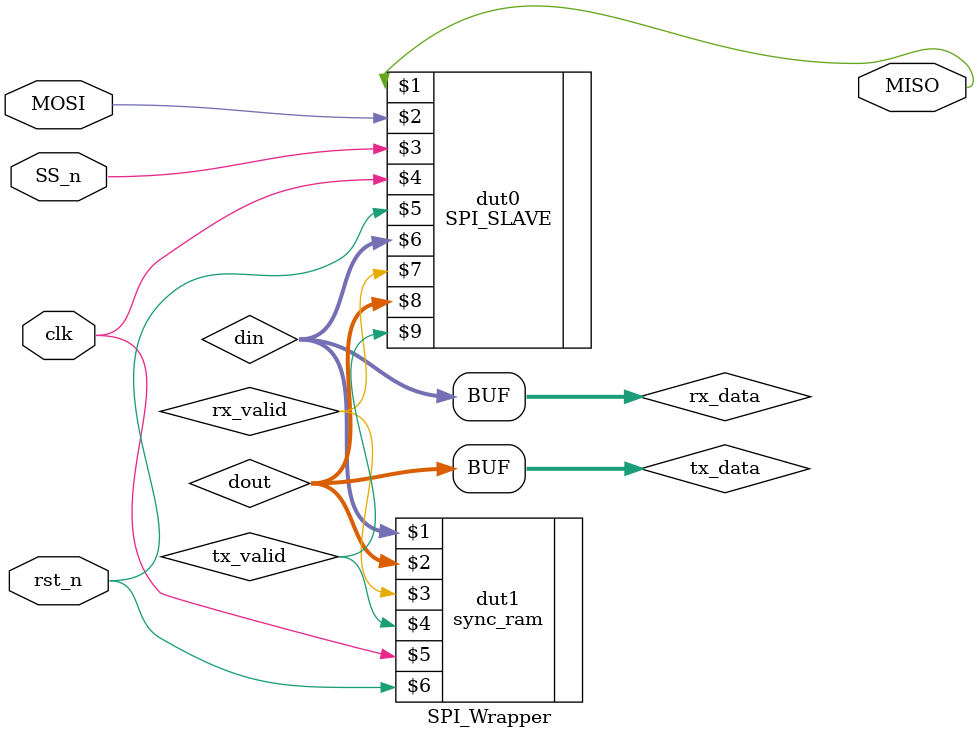
<source format=v>
module SPI_Wrapper (MOSI,MISO,SS_n,clk,rst_n);
input MOSI,SS_n,rst_n,clk;
output MISO;

wire [9:0] din;
wire [7:0] tx_data;
wire rx_valid,tx_valid;
wire [7:0] dout;
wire [9:0] rx_data;

SPI_SLAVE dut0(MISO,MOSI,SS_n,clk,rst_n,rx_data,rx_valid,tx_data,tx_valid);
sync_ram  dut1(din,dout,rx_valid,tx_valid,clk,rst_n);


assign tx_data = dout;
assign din = rx_data;

endmodule 
</source>
